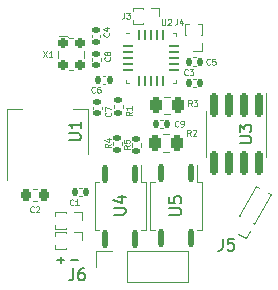
<source format=gto>
G04 #@! TF.GenerationSoftware,KiCad,Pcbnew,(6.0.7)*
G04 #@! TF.CreationDate,2023-04-27T15:14:37-07:00*
G04 #@! TF.ProjectId,OBC-Attempt-3_Dual_Deploy,4f42432d-4174-4746-956d-70742d335f44,rev?*
G04 #@! TF.SameCoordinates,Original*
G04 #@! TF.FileFunction,Legend,Top*
G04 #@! TF.FilePolarity,Positive*
%FSLAX46Y46*%
G04 Gerber Fmt 4.6, Leading zero omitted, Abs format (unit mm)*
G04 Created by KiCad (PCBNEW (6.0.7)) date 2023-04-27 15:14:37*
%MOMM*%
%LPD*%
G01*
G04 APERTURE LIST*
G04 Aperture macros list*
%AMRoundRect*
0 Rectangle with rounded corners*
0 $1 Rounding radius*
0 $2 $3 $4 $5 $6 $7 $8 $9 X,Y pos of 4 corners*
0 Add a 4 corners polygon primitive as box body*
4,1,4,$2,$3,$4,$5,$6,$7,$8,$9,$2,$3,0*
0 Add four circle primitives for the rounded corners*
1,1,$1+$1,$2,$3*
1,1,$1+$1,$4,$5*
1,1,$1+$1,$6,$7*
1,1,$1+$1,$8,$9*
0 Add four rect primitives between the rounded corners*
20,1,$1+$1,$2,$3,$4,$5,0*
20,1,$1+$1,$4,$5,$6,$7,0*
20,1,$1+$1,$6,$7,$8,$9,0*
20,1,$1+$1,$8,$9,$2,$3,0*%
%AMHorizOval*
0 Thick line with rounded ends*
0 $1 width*
0 $2 $3 position (X,Y) of the first rounded end (center of the circle)*
0 $4 $5 position (X,Y) of the second rounded end (center of the circle)*
0 Add line between two ends*
20,1,$1,$2,$3,$4,$5,0*
0 Add two circle primitives to create the rounded ends*
1,1,$1,$2,$3*
1,1,$1,$4,$5*%
%AMRotRect*
0 Rectangle, with rotation*
0 The origin of the aperture is its center*
0 $1 length*
0 $2 width*
0 $3 Rotation angle, in degrees counterclockwise*
0 Add horizontal line*
21,1,$1,$2,0,0,$3*%
%AMFreePoly0*
4,1,14,0.230680,0.111820,0.364320,-0.021821,0.377500,-0.053642,0.377500,-0.080000,0.364320,-0.111820,0.332500,-0.125000,-0.332500,-0.125000,-0.364320,-0.111820,-0.377500,-0.080000,-0.377500,0.080000,-0.364320,0.111820,-0.332500,0.125000,0.198860,0.125000,0.230680,0.111820,0.230680,0.111820,$1*%
%AMFreePoly1*
4,1,14,0.364320,0.111820,0.377500,0.080000,0.377501,0.053640,0.364318,0.021819,0.230680,-0.111820,0.198860,-0.125000,-0.332500,-0.125000,-0.364320,-0.111820,-0.377500,-0.080000,-0.377500,0.080000,-0.364320,0.111820,-0.332500,0.125000,0.332500,0.125000,0.364320,0.111820,0.364320,0.111820,$1*%
%AMFreePoly2*
4,1,15,0.053642,0.377500,0.080000,0.377500,0.111820,0.364320,0.125000,0.332500,0.125000,-0.332500,0.111820,-0.364320,0.080000,-0.377500,-0.080000,-0.377500,-0.111820,-0.364320,-0.125000,-0.332500,-0.125000,0.198860,-0.111820,0.230680,0.021820,0.364320,0.053640,0.377501,0.053642,0.377500,0.053642,0.377500,$1*%
%AMFreePoly3*
4,1,14,-0.021820,0.364320,0.111820,0.230679,0.125000,0.198858,0.125000,-0.332500,0.111820,-0.364320,0.080000,-0.377500,-0.080000,-0.377500,-0.111820,-0.364320,-0.125000,-0.332500,-0.125000,0.332500,-0.111820,0.364320,-0.080000,0.377500,-0.053640,0.377500,-0.021820,0.364320,-0.021820,0.364320,$1*%
%AMFreePoly4*
4,1,14,0.364320,0.111820,0.377500,0.080000,0.377500,-0.080000,0.364320,-0.111820,0.332500,-0.125000,-0.198860,-0.125001,-0.230681,-0.111818,-0.364320,0.021820,-0.377500,0.053640,-0.377500,0.080000,-0.364320,0.111820,-0.332500,0.125000,0.332500,0.125000,0.364320,0.111820,0.364320,0.111820,$1*%
%AMFreePoly5*
4,1,15,-0.198858,0.125000,0.332500,0.125000,0.364320,0.111820,0.377500,0.080000,0.377500,-0.080000,0.364320,-0.111820,0.332500,-0.125000,-0.332500,-0.125000,-0.364320,-0.111820,-0.377500,-0.080000,-0.377500,-0.053640,-0.364320,-0.021820,-0.230680,0.111820,-0.198860,0.125001,-0.198858,0.125000,-0.198858,0.125000,$1*%
%AMFreePoly6*
4,1,14,0.111820,0.364320,0.125000,0.332500,0.125001,-0.198860,0.111818,-0.230681,-0.021820,-0.364320,-0.053640,-0.377500,-0.080000,-0.377500,-0.111820,-0.364320,-0.125000,-0.332500,-0.125000,0.332500,-0.111820,0.364320,-0.080000,0.377500,0.080000,0.377500,0.111820,0.364320,0.111820,0.364320,$1*%
%AMFreePoly7*
4,1,14,0.111820,0.364320,0.125000,0.332500,0.125000,-0.332500,0.111820,-0.364320,0.080000,-0.377500,0.053640,-0.377501,0.021819,-0.364318,-0.111820,-0.230680,-0.125000,-0.198860,-0.125000,0.332500,-0.111820,0.364320,-0.080000,0.377500,0.080000,0.377500,0.111820,0.364320,0.111820,0.364320,$1*%
G04 Aperture macros list end*
%ADD10C,0.187500*%
%ADD11C,0.100000*%
%ADD12C,0.150000*%
%ADD13C,0.120000*%
%ADD14RoundRect,0.140000X-0.170000X0.140000X-0.170000X-0.140000X0.170000X-0.140000X0.170000X0.140000X0*%
%ADD15RoundRect,0.140000X0.170000X-0.140000X0.170000X0.140000X-0.170000X0.140000X-0.170000X-0.140000X0*%
%ADD16R,1.500000X2.000000*%
%ADD17R,3.800000X2.000000*%
%ADD18R,1.700000X1.700000*%
%ADD19O,1.700000X1.700000*%
%ADD20RoundRect,0.137500X-0.137500X0.587500X-0.137500X-0.587500X0.137500X-0.587500X0.137500X0.587500X0*%
%ADD21RoundRect,0.135000X0.185000X-0.135000X0.185000X0.135000X-0.185000X0.135000X-0.185000X-0.135000X0*%
%ADD22R,0.850000X0.850000*%
%ADD23O,0.850000X0.850000*%
%ADD24RoundRect,0.140000X-0.140000X-0.170000X0.140000X-0.170000X0.140000X0.170000X-0.140000X0.170000X0*%
%ADD25RoundRect,0.225000X0.225000X0.250000X-0.225000X0.250000X-0.225000X-0.250000X0.225000X-0.250000X0*%
%ADD26RoundRect,0.250000X-0.262500X-0.450000X0.262500X-0.450000X0.262500X0.450000X-0.262500X0.450000X0*%
%ADD27RoundRect,0.250000X0.262500X0.450000X-0.262500X0.450000X-0.262500X-0.450000X0.262500X-0.450000X0*%
%ADD28RotRect,0.850000X0.850000X150.000000*%
%ADD29HorizOval,0.850000X0.000000X0.000000X0.000000X0.000000X0*%
%ADD30RoundRect,0.140000X0.140000X0.170000X-0.140000X0.170000X-0.140000X-0.170000X0.140000X-0.170000X0*%
%ADD31RoundRect,0.150000X-0.150000X0.825000X-0.150000X-0.825000X0.150000X-0.825000X0.150000X0.825000X0*%
%ADD32RoundRect,0.200000X-0.200000X-0.250000X0.200000X-0.250000X0.200000X0.250000X-0.200000X0.250000X0*%
%ADD33RoundRect,0.135000X-0.185000X0.135000X-0.185000X-0.135000X0.185000X-0.135000X0.185000X0.135000X0*%
%ADD34FreePoly0,0.000000*%
%ADD35RoundRect,0.062500X-0.375000X-0.062500X0.375000X-0.062500X0.375000X0.062500X-0.375000X0.062500X0*%
%ADD36FreePoly1,0.000000*%
%ADD37FreePoly2,0.000000*%
%ADD38RoundRect,0.062500X-0.062500X-0.375000X0.062500X-0.375000X0.062500X0.375000X-0.062500X0.375000X0*%
%ADD39FreePoly3,0.000000*%
%ADD40FreePoly4,0.000000*%
%ADD41FreePoly5,0.000000*%
%ADD42FreePoly6,0.000000*%
%ADD43FreePoly7,0.000000*%
G04 APERTURE END LIST*
D10*
X148785714Y-121853571D02*
X148214285Y-121853571D01*
X147585714Y-121853571D02*
X147014285Y-121853571D01*
X147300000Y-122139285D02*
X147300000Y-121567857D01*
D11*
X151458571Y-104693333D02*
X151482380Y-104717142D01*
X151506190Y-104788571D01*
X151506190Y-104836190D01*
X151482380Y-104907619D01*
X151434761Y-104955238D01*
X151387142Y-104979047D01*
X151291904Y-105002857D01*
X151220476Y-105002857D01*
X151125238Y-104979047D01*
X151077619Y-104955238D01*
X151030000Y-104907619D01*
X151006190Y-104836190D01*
X151006190Y-104788571D01*
X151030000Y-104717142D01*
X151053809Y-104693333D01*
X151220476Y-104407619D02*
X151196666Y-104455238D01*
X151172857Y-104479047D01*
X151125238Y-104502857D01*
X151101428Y-104502857D01*
X151053809Y-104479047D01*
X151030000Y-104455238D01*
X151006190Y-104407619D01*
X151006190Y-104312380D01*
X151030000Y-104264761D01*
X151053809Y-104240952D01*
X151101428Y-104217142D01*
X151125238Y-104217142D01*
X151172857Y-104240952D01*
X151196666Y-104264761D01*
X151220476Y-104312380D01*
X151220476Y-104407619D01*
X151244285Y-104455238D01*
X151268095Y-104479047D01*
X151315714Y-104502857D01*
X151410952Y-104502857D01*
X151458571Y-104479047D01*
X151482380Y-104455238D01*
X151506190Y-104407619D01*
X151506190Y-104312380D01*
X151482380Y-104264761D01*
X151458571Y-104240952D01*
X151410952Y-104217142D01*
X151315714Y-104217142D01*
X151268095Y-104240952D01*
X151244285Y-104264761D01*
X151220476Y-104312380D01*
X151368571Y-102633333D02*
X151392380Y-102657142D01*
X151416190Y-102728571D01*
X151416190Y-102776190D01*
X151392380Y-102847619D01*
X151344761Y-102895238D01*
X151297142Y-102919047D01*
X151201904Y-102942857D01*
X151130476Y-102942857D01*
X151035238Y-102919047D01*
X150987619Y-102895238D01*
X150940000Y-102847619D01*
X150916190Y-102776190D01*
X150916190Y-102728571D01*
X150940000Y-102657142D01*
X150963809Y-102633333D01*
X151082857Y-102204761D02*
X151416190Y-102204761D01*
X150892380Y-102323809D02*
X151249523Y-102442857D01*
X151249523Y-102133333D01*
D12*
X148002380Y-111711904D02*
X148811904Y-111711904D01*
X148907142Y-111664285D01*
X148954761Y-111616666D01*
X149002380Y-111521428D01*
X149002380Y-111330952D01*
X148954761Y-111235714D01*
X148907142Y-111188095D01*
X148811904Y-111140476D01*
X148002380Y-111140476D01*
X149002380Y-110140476D02*
X149002380Y-110711904D01*
X149002380Y-110426190D02*
X148002380Y-110426190D01*
X148145238Y-110521428D01*
X148240476Y-110616666D01*
X148288095Y-110711904D01*
X148366666Y-122572380D02*
X148366666Y-123286666D01*
X148319047Y-123429523D01*
X148223809Y-123524761D01*
X148080952Y-123572380D01*
X147985714Y-123572380D01*
X149271428Y-122572380D02*
X149080952Y-122572380D01*
X148985714Y-122620000D01*
X148938095Y-122667619D01*
X148842857Y-122810476D01*
X148795238Y-123000952D01*
X148795238Y-123381904D01*
X148842857Y-123477142D01*
X148890476Y-123524761D01*
X148985714Y-123572380D01*
X149176190Y-123572380D01*
X149271428Y-123524761D01*
X149319047Y-123477142D01*
X149366666Y-123381904D01*
X149366666Y-123143809D01*
X149319047Y-123048571D01*
X149271428Y-123000952D01*
X149176190Y-122953333D01*
X148985714Y-122953333D01*
X148890476Y-123000952D01*
X148842857Y-123048571D01*
X148795238Y-123143809D01*
X151802380Y-118011904D02*
X152611904Y-118011904D01*
X152707142Y-117964285D01*
X152754761Y-117916666D01*
X152802380Y-117821428D01*
X152802380Y-117630952D01*
X152754761Y-117535714D01*
X152707142Y-117488095D01*
X152611904Y-117440476D01*
X151802380Y-117440476D01*
X152135714Y-116535714D02*
X152802380Y-116535714D01*
X151754761Y-116773809D02*
X152469047Y-117011904D01*
X152469047Y-116392857D01*
D11*
X151536190Y-112043333D02*
X151298095Y-112210000D01*
X151536190Y-112329047D02*
X151036190Y-112329047D01*
X151036190Y-112138571D01*
X151060000Y-112090952D01*
X151083809Y-112067142D01*
X151131428Y-112043333D01*
X151202857Y-112043333D01*
X151250476Y-112067142D01*
X151274285Y-112090952D01*
X151298095Y-112138571D01*
X151298095Y-112329047D01*
X151202857Y-111614761D02*
X151536190Y-111614761D01*
X151012380Y-111733809D02*
X151369523Y-111852857D01*
X151369523Y-111543333D01*
X157153333Y-101436190D02*
X157153333Y-101793333D01*
X157129523Y-101864761D01*
X157081904Y-101912380D01*
X157010476Y-101936190D01*
X156962857Y-101936190D01*
X157605714Y-101602857D02*
X157605714Y-101936190D01*
X157486666Y-101412380D02*
X157367619Y-101769523D01*
X157677142Y-101769523D01*
X159941666Y-105278571D02*
X159917857Y-105302380D01*
X159846428Y-105326190D01*
X159798809Y-105326190D01*
X159727380Y-105302380D01*
X159679761Y-105254761D01*
X159655952Y-105207142D01*
X159632142Y-105111904D01*
X159632142Y-105040476D01*
X159655952Y-104945238D01*
X159679761Y-104897619D01*
X159727380Y-104850000D01*
X159798809Y-104826190D01*
X159846428Y-104826190D01*
X159917857Y-104850000D01*
X159941666Y-104873809D01*
X160394047Y-104826190D02*
X160155952Y-104826190D01*
X160132142Y-105064285D01*
X160155952Y-105040476D01*
X160203571Y-105016666D01*
X160322619Y-105016666D01*
X160370238Y-105040476D01*
X160394047Y-105064285D01*
X160417857Y-105111904D01*
X160417857Y-105230952D01*
X160394047Y-105278571D01*
X160370238Y-105302380D01*
X160322619Y-105326190D01*
X160203571Y-105326190D01*
X160155952Y-105302380D01*
X160132142Y-105278571D01*
X148366666Y-117178571D02*
X148342857Y-117202380D01*
X148271428Y-117226190D01*
X148223809Y-117226190D01*
X148152380Y-117202380D01*
X148104761Y-117154761D01*
X148080952Y-117107142D01*
X148057142Y-117011904D01*
X148057142Y-116940476D01*
X148080952Y-116845238D01*
X148104761Y-116797619D01*
X148152380Y-116750000D01*
X148223809Y-116726190D01*
X148271428Y-116726190D01*
X148342857Y-116750000D01*
X148366666Y-116773809D01*
X148842857Y-117226190D02*
X148557142Y-117226190D01*
X148700000Y-117226190D02*
X148700000Y-116726190D01*
X148652380Y-116797619D01*
X148604761Y-116845238D01*
X148557142Y-116869047D01*
X152683333Y-100926190D02*
X152683333Y-101283333D01*
X152659523Y-101354761D01*
X152611904Y-101402380D01*
X152540476Y-101426190D01*
X152492857Y-101426190D01*
X152873809Y-100926190D02*
X153183333Y-100926190D01*
X153016666Y-101116666D01*
X153088095Y-101116666D01*
X153135714Y-101140476D01*
X153159523Y-101164285D01*
X153183333Y-101211904D01*
X153183333Y-101330952D01*
X153159523Y-101378571D01*
X153135714Y-101402380D01*
X153088095Y-101426190D01*
X152945238Y-101426190D01*
X152897619Y-101402380D01*
X152873809Y-101378571D01*
X145036666Y-117758571D02*
X145012857Y-117782380D01*
X144941428Y-117806190D01*
X144893809Y-117806190D01*
X144822380Y-117782380D01*
X144774761Y-117734761D01*
X144750952Y-117687142D01*
X144727142Y-117591904D01*
X144727142Y-117520476D01*
X144750952Y-117425238D01*
X144774761Y-117377619D01*
X144822380Y-117330000D01*
X144893809Y-117306190D01*
X144941428Y-117306190D01*
X145012857Y-117330000D01*
X145036666Y-117353809D01*
X145227142Y-117353809D02*
X145250952Y-117330000D01*
X145298571Y-117306190D01*
X145417619Y-117306190D01*
X145465238Y-117330000D01*
X145489047Y-117353809D01*
X145512857Y-117401428D01*
X145512857Y-117449047D01*
X145489047Y-117520476D01*
X145203333Y-117806190D01*
X145512857Y-117806190D01*
X158406666Y-108826190D02*
X158240000Y-108588095D01*
X158120952Y-108826190D02*
X158120952Y-108326190D01*
X158311428Y-108326190D01*
X158359047Y-108350000D01*
X158382857Y-108373809D01*
X158406666Y-108421428D01*
X158406666Y-108492857D01*
X158382857Y-108540476D01*
X158359047Y-108564285D01*
X158311428Y-108588095D01*
X158120952Y-108588095D01*
X158573333Y-108326190D02*
X158882857Y-108326190D01*
X158716190Y-108516666D01*
X158787619Y-108516666D01*
X158835238Y-108540476D01*
X158859047Y-108564285D01*
X158882857Y-108611904D01*
X158882857Y-108730952D01*
X158859047Y-108778571D01*
X158835238Y-108802380D01*
X158787619Y-108826190D01*
X158644761Y-108826190D01*
X158597142Y-108802380D01*
X158573333Y-108778571D01*
X158316666Y-111316190D02*
X158150000Y-111078095D01*
X158030952Y-111316190D02*
X158030952Y-110816190D01*
X158221428Y-110816190D01*
X158269047Y-110840000D01*
X158292857Y-110863809D01*
X158316666Y-110911428D01*
X158316666Y-110982857D01*
X158292857Y-111030476D01*
X158269047Y-111054285D01*
X158221428Y-111078095D01*
X158030952Y-111078095D01*
X158507142Y-110863809D02*
X158530952Y-110840000D01*
X158578571Y-110816190D01*
X158697619Y-110816190D01*
X158745238Y-110840000D01*
X158769047Y-110863809D01*
X158792857Y-110911428D01*
X158792857Y-110959047D01*
X158769047Y-111030476D01*
X158483333Y-111316190D01*
X158792857Y-111316190D01*
X158066666Y-106153571D02*
X158042857Y-106177380D01*
X157971428Y-106201190D01*
X157923809Y-106201190D01*
X157852380Y-106177380D01*
X157804761Y-106129761D01*
X157780952Y-106082142D01*
X157757142Y-105986904D01*
X157757142Y-105915476D01*
X157780952Y-105820238D01*
X157804761Y-105772619D01*
X157852380Y-105725000D01*
X157923809Y-105701190D01*
X157971428Y-105701190D01*
X158042857Y-105725000D01*
X158066666Y-105748809D01*
X158233333Y-105701190D02*
X158542857Y-105701190D01*
X158376190Y-105891666D01*
X158447619Y-105891666D01*
X158495238Y-105915476D01*
X158519047Y-105939285D01*
X158542857Y-105986904D01*
X158542857Y-106105952D01*
X158519047Y-106153571D01*
X158495238Y-106177380D01*
X158447619Y-106201190D01*
X158304761Y-106201190D01*
X158257142Y-106177380D01*
X158233333Y-106153571D01*
D12*
X161016666Y-120052380D02*
X161016666Y-120766666D01*
X160969047Y-120909523D01*
X160873809Y-121004761D01*
X160730952Y-121052380D01*
X160635714Y-121052380D01*
X161969047Y-120052380D02*
X161492857Y-120052380D01*
X161445238Y-120528571D01*
X161492857Y-120480952D01*
X161588095Y-120433333D01*
X161826190Y-120433333D01*
X161921428Y-120480952D01*
X161969047Y-120528571D01*
X162016666Y-120623809D01*
X162016666Y-120861904D01*
X161969047Y-120957142D01*
X161921428Y-121004761D01*
X161826190Y-121052380D01*
X161588095Y-121052380D01*
X161492857Y-121004761D01*
X161445238Y-120957142D01*
D11*
X151528571Y-109383333D02*
X151552380Y-109407142D01*
X151576190Y-109478571D01*
X151576190Y-109526190D01*
X151552380Y-109597619D01*
X151504761Y-109645238D01*
X151457142Y-109669047D01*
X151361904Y-109692857D01*
X151290476Y-109692857D01*
X151195238Y-109669047D01*
X151147619Y-109645238D01*
X151100000Y-109597619D01*
X151076190Y-109526190D01*
X151076190Y-109478571D01*
X151100000Y-109407142D01*
X151123809Y-109383333D01*
X151076190Y-109216666D02*
X151076190Y-108883333D01*
X151576190Y-109097619D01*
X150206666Y-107648571D02*
X150182857Y-107672380D01*
X150111428Y-107696190D01*
X150063809Y-107696190D01*
X149992380Y-107672380D01*
X149944761Y-107624761D01*
X149920952Y-107577142D01*
X149897142Y-107481904D01*
X149897142Y-107410476D01*
X149920952Y-107315238D01*
X149944761Y-107267619D01*
X149992380Y-107220000D01*
X150063809Y-107196190D01*
X150111428Y-107196190D01*
X150182857Y-107220000D01*
X150206666Y-107243809D01*
X150635238Y-107196190D02*
X150540000Y-107196190D01*
X150492380Y-107220000D01*
X150468571Y-107243809D01*
X150420952Y-107315238D01*
X150397142Y-107410476D01*
X150397142Y-107600952D01*
X150420952Y-107648571D01*
X150444761Y-107672380D01*
X150492380Y-107696190D01*
X150587619Y-107696190D01*
X150635238Y-107672380D01*
X150659047Y-107648571D01*
X150682857Y-107600952D01*
X150682857Y-107481904D01*
X150659047Y-107434285D01*
X150635238Y-107410476D01*
X150587619Y-107386666D01*
X150492380Y-107386666D01*
X150444761Y-107410476D01*
X150420952Y-107434285D01*
X150397142Y-107481904D01*
D12*
X162452380Y-111961904D02*
X163261904Y-111961904D01*
X163357142Y-111914285D01*
X163404761Y-111866666D01*
X163452380Y-111771428D01*
X163452380Y-111580952D01*
X163404761Y-111485714D01*
X163357142Y-111438095D01*
X163261904Y-111390476D01*
X162452380Y-111390476D01*
X162452380Y-111009523D02*
X162452380Y-110390476D01*
X162833333Y-110723809D01*
X162833333Y-110580952D01*
X162880952Y-110485714D01*
X162928571Y-110438095D01*
X163023809Y-110390476D01*
X163261904Y-110390476D01*
X163357142Y-110438095D01*
X163404761Y-110485714D01*
X163452380Y-110580952D01*
X163452380Y-110866666D01*
X163404761Y-110961904D01*
X163357142Y-111009523D01*
D11*
X145815238Y-104166190D02*
X146148571Y-104666190D01*
X146148571Y-104166190D02*
X145815238Y-104666190D01*
X146600952Y-104666190D02*
X146315238Y-104666190D01*
X146458095Y-104666190D02*
X146458095Y-104166190D01*
X146410476Y-104237619D01*
X146362857Y-104285238D01*
X146315238Y-104309047D01*
X153146190Y-112153333D02*
X152908095Y-112320000D01*
X153146190Y-112439047D02*
X152646190Y-112439047D01*
X152646190Y-112248571D01*
X152670000Y-112200952D01*
X152693809Y-112177142D01*
X152741428Y-112153333D01*
X152812857Y-112153333D01*
X152860476Y-112177142D01*
X152884285Y-112200952D01*
X152908095Y-112248571D01*
X152908095Y-112439047D01*
X152646190Y-111700952D02*
X152646190Y-111939047D01*
X152884285Y-111962857D01*
X152860476Y-111939047D01*
X152836666Y-111891428D01*
X152836666Y-111772380D01*
X152860476Y-111724761D01*
X152884285Y-111700952D01*
X152931904Y-111677142D01*
X153050952Y-111677142D01*
X153098571Y-111700952D01*
X153122380Y-111724761D01*
X153146190Y-111772380D01*
X153146190Y-111891428D01*
X153122380Y-111939047D01*
X153098571Y-111962857D01*
X155869047Y-101451190D02*
X155869047Y-101855952D01*
X155892857Y-101903571D01*
X155916666Y-101927380D01*
X155964285Y-101951190D01*
X156059523Y-101951190D01*
X156107142Y-101927380D01*
X156130952Y-101903571D01*
X156154761Y-101855952D01*
X156154761Y-101451190D01*
X156369047Y-101498809D02*
X156392857Y-101475000D01*
X156440476Y-101451190D01*
X156559523Y-101451190D01*
X156607142Y-101475000D01*
X156630952Y-101498809D01*
X156654761Y-101546428D01*
X156654761Y-101594047D01*
X156630952Y-101665476D01*
X156345238Y-101951190D01*
X156654761Y-101951190D01*
X157256718Y-110525140D02*
X157232909Y-110548949D01*
X157161480Y-110572759D01*
X157113861Y-110572759D01*
X157042432Y-110548949D01*
X156994813Y-110501330D01*
X156971004Y-110453711D01*
X156947194Y-110358473D01*
X156947194Y-110287045D01*
X156971004Y-110191807D01*
X156994813Y-110144188D01*
X157042432Y-110096569D01*
X157113861Y-110072759D01*
X157161480Y-110072759D01*
X157232909Y-110096569D01*
X157256718Y-110120378D01*
X157494813Y-110572759D02*
X157590052Y-110572759D01*
X157637671Y-110548949D01*
X157661480Y-110525140D01*
X157709099Y-110453711D01*
X157732909Y-110358473D01*
X157732909Y-110167997D01*
X157709099Y-110120378D01*
X157685290Y-110096569D01*
X157637671Y-110072759D01*
X157542432Y-110072759D01*
X157494813Y-110096569D01*
X157471004Y-110120378D01*
X157447194Y-110167997D01*
X157447194Y-110287045D01*
X157471004Y-110334664D01*
X157494813Y-110358473D01*
X157542432Y-110382283D01*
X157637671Y-110382283D01*
X157685290Y-110358473D01*
X157709099Y-110334664D01*
X157732909Y-110287045D01*
D12*
X156502380Y-118041904D02*
X157311904Y-118041904D01*
X157407142Y-117994285D01*
X157454761Y-117946666D01*
X157502380Y-117851428D01*
X157502380Y-117660952D01*
X157454761Y-117565714D01*
X157407142Y-117518095D01*
X157311904Y-117470476D01*
X156502380Y-117470476D01*
X156502380Y-116518095D02*
X156502380Y-116994285D01*
X156978571Y-117041904D01*
X156930952Y-116994285D01*
X156883333Y-116899047D01*
X156883333Y-116660952D01*
X156930952Y-116565714D01*
X156978571Y-116518095D01*
X157073809Y-116470476D01*
X157311904Y-116470476D01*
X157407142Y-116518095D01*
X157454761Y-116565714D01*
X157502380Y-116660952D01*
X157502380Y-116899047D01*
X157454761Y-116994285D01*
X157407142Y-117041904D01*
D11*
X153316190Y-109313333D02*
X153078095Y-109480000D01*
X153316190Y-109599047D02*
X152816190Y-109599047D01*
X152816190Y-109408571D01*
X152840000Y-109360952D01*
X152863809Y-109337142D01*
X152911428Y-109313333D01*
X152982857Y-109313333D01*
X153030476Y-109337142D01*
X153054285Y-109360952D01*
X153078095Y-109408571D01*
X153078095Y-109599047D01*
X153316190Y-108837142D02*
X153316190Y-109122857D01*
X153316190Y-108980000D02*
X152816190Y-108980000D01*
X152887619Y-109027619D01*
X152935238Y-109075238D01*
X152959047Y-109122857D01*
D13*
X149960000Y-104772164D02*
X149960000Y-104987836D01*
X150680000Y-104772164D02*
X150680000Y-104987836D01*
X149940000Y-102997836D02*
X149940000Y-102782164D01*
X150660000Y-102997836D02*
X150660000Y-102782164D01*
X142790000Y-109090000D02*
X144050000Y-109090000D01*
X149610000Y-109090000D02*
X148350000Y-109090000D01*
X149610000Y-112850000D02*
X149610000Y-109090000D01*
X142790000Y-115100000D02*
X142790000Y-109090000D01*
X158050000Y-123750000D02*
X158050000Y-121090000D01*
X150310000Y-122420000D02*
X150310000Y-121090000D01*
X150310000Y-121090000D02*
X151640000Y-121090000D01*
X152910000Y-121090000D02*
X158050000Y-121090000D01*
X152910000Y-123750000D02*
X158050000Y-123750000D01*
X152910000Y-123750000D02*
X152910000Y-121090000D01*
X154500000Y-117290000D02*
X154500000Y-115280000D01*
X150180000Y-115280000D02*
X150535000Y-115280000D01*
X154500000Y-117290000D02*
X154500000Y-119300000D01*
X154145000Y-115280000D02*
X154145000Y-113815000D01*
X154500000Y-119300000D02*
X154145000Y-119300000D01*
X150180000Y-117290000D02*
X150180000Y-119300000D01*
X154500000Y-115280000D02*
X154145000Y-115280000D01*
X150180000Y-117290000D02*
X150180000Y-115280000D01*
X150180000Y-119300000D02*
X150535000Y-119300000D01*
X152480000Y-112153641D02*
X152480000Y-111846359D01*
X151720000Y-112153641D02*
X151720000Y-111846359D01*
X157855000Y-102790000D02*
X157855000Y-101915000D01*
X159245000Y-101915000D02*
X158944493Y-101915000D01*
X159245000Y-102790000D02*
X159158276Y-102790000D01*
X159245000Y-104160000D02*
X158550000Y-104160000D01*
X157941724Y-102790000D02*
X157855000Y-102790000D01*
X159245000Y-102790000D02*
X159245000Y-101915000D01*
X158155507Y-101915000D02*
X157855000Y-101915000D01*
X159245000Y-103475000D02*
X159245000Y-104160000D01*
X158512165Y-105410000D02*
X158727837Y-105410000D01*
X158512165Y-104690000D02*
X158727837Y-104690000D01*
X148892164Y-115740000D02*
X149107836Y-115740000D01*
X148892164Y-116460000D02*
X149107836Y-116460000D01*
X154265000Y-100480000D02*
X153390000Y-100480000D01*
X154265000Y-100480000D02*
X154265000Y-100566724D01*
X155635000Y-100480000D02*
X155635000Y-101175000D01*
X154265000Y-101783276D02*
X154265000Y-101870000D01*
X154950000Y-100480000D02*
X155635000Y-100480000D01*
X153390000Y-100480000D02*
X153390000Y-100780507D01*
X153390000Y-101569493D02*
X153390000Y-101870000D01*
X154265000Y-101870000D02*
X153390000Y-101870000D01*
X145260580Y-116890000D02*
X144979420Y-116890000D01*
X145260580Y-115870000D02*
X144979420Y-115870000D01*
X156082936Y-108014999D02*
X156537064Y-108014999D01*
X156082936Y-109484999D02*
X156537064Y-109484999D01*
X156437064Y-112685000D02*
X155982936Y-112685000D01*
X156437064Y-111215000D02*
X155982936Y-111215000D01*
X158532165Y-106490000D02*
X158747837Y-106490000D01*
X158532165Y-107210000D02*
X158747837Y-107210000D01*
X163644388Y-118786324D02*
X165081888Y-116296501D01*
X163644388Y-118786324D02*
X163569282Y-118742962D01*
X163301888Y-119379551D02*
X162959388Y-119972778D01*
X162515718Y-118134686D02*
X162440612Y-118091324D01*
X165081888Y-116296501D02*
X164821641Y-116146247D01*
X164138359Y-115751754D02*
X163878112Y-115601501D01*
X162440612Y-118091324D02*
X163878112Y-115601501D01*
X162959388Y-119972778D02*
X162357500Y-119625278D01*
X148400000Y-119505000D02*
X149085000Y-119505000D01*
X146840000Y-119505000D02*
X146840000Y-119805507D01*
X147715000Y-119505000D02*
X146840000Y-119505000D01*
X149085000Y-119505000D02*
X149085000Y-120200000D01*
X146840000Y-120594493D02*
X146840000Y-120895000D01*
X147715000Y-120895000D02*
X146840000Y-120895000D01*
X147715000Y-120808276D02*
X147715000Y-120895000D01*
X147715000Y-119505000D02*
X147715000Y-119591724D01*
X150050000Y-108862164D02*
X150050000Y-109077836D01*
X150770000Y-108862164D02*
X150770000Y-109077836D01*
X151087836Y-106990000D02*
X150872164Y-106990000D01*
X151087836Y-106270000D02*
X150872164Y-106270000D01*
X164720000Y-111200000D02*
X164720000Y-113150000D01*
X159600000Y-111200000D02*
X159600000Y-109250000D01*
X164720000Y-111200000D02*
X164720000Y-107750000D01*
X159600000Y-111200000D02*
X159600000Y-113150000D01*
X147820000Y-102880000D02*
X147130000Y-102880000D01*
X148030000Y-105800000D02*
X148370000Y-105800000D01*
X148040000Y-103080000D02*
X148370000Y-103080000D01*
X149310000Y-104760000D02*
X149310000Y-104120000D01*
X147090000Y-104760000D02*
X147090000Y-104120000D01*
X148040001Y-103080000D02*
G75*
G03*
X147820000Y-102880000I-310002J-120002D01*
G01*
X153320000Y-111946359D02*
X153320000Y-112253641D01*
X154080000Y-111946359D02*
X154080000Y-112253641D01*
X157050000Y-102640000D02*
X157050000Y-102865000D01*
X152830000Y-106860000D02*
X152830000Y-106635000D01*
X153055000Y-102640000D02*
X152830000Y-102640000D01*
X156825000Y-102640000D02*
X157050000Y-102640000D01*
X157050000Y-106860000D02*
X157050000Y-106635000D01*
X153055000Y-106860000D02*
X152830000Y-106860000D01*
X156825000Y-106860000D02*
X157050000Y-106860000D01*
X146840000Y-117805000D02*
X146840000Y-118105507D01*
X148400000Y-117805000D02*
X149085000Y-117805000D01*
X146840000Y-118894493D02*
X146840000Y-119195000D01*
X147715000Y-117805000D02*
X146840000Y-117805000D01*
X147715000Y-119195000D02*
X146840000Y-119195000D01*
X149085000Y-117805000D02*
X149085000Y-118500000D01*
X147715000Y-119108276D02*
X147715000Y-119195000D01*
X147715000Y-117805000D02*
X147715000Y-117891724D01*
X155957836Y-109990000D02*
X155742164Y-109990000D01*
X155957836Y-110710000D02*
X155742164Y-110710000D01*
X154910000Y-115270000D02*
X155265000Y-115270000D01*
X159230000Y-119290000D02*
X158875000Y-119290000D01*
X158875000Y-115270000D02*
X158875000Y-113805000D01*
X154910000Y-119290000D02*
X155265000Y-119290000D01*
X159230000Y-115270000D02*
X158875000Y-115270000D01*
X159230000Y-117280000D02*
X159230000Y-115270000D01*
X154910000Y-117280000D02*
X154910000Y-115270000D01*
X159230000Y-117280000D02*
X159230000Y-119290000D01*
X154910000Y-117280000D02*
X154910000Y-119290000D01*
X151810000Y-108706359D02*
X151810000Y-109013641D01*
X152570000Y-108706359D02*
X152570000Y-109013641D01*
%LPC*%
D14*
X150320000Y-104400000D03*
X150320000Y-105360000D03*
D15*
X150300000Y-103370000D03*
X150300000Y-102410000D03*
D16*
X143900000Y-114150000D03*
X146200000Y-114150000D03*
D17*
X146200000Y-107850000D03*
D16*
X148500000Y-114150000D03*
D18*
X151640000Y-122420000D03*
D19*
X154180000Y-122420000D03*
X156720000Y-122420000D03*
D20*
X153610000Y-114540000D03*
X151070000Y-114540000D03*
X151070000Y-120040000D03*
X153610000Y-120040000D03*
D21*
X152100000Y-112510000D03*
X152100000Y-111490000D03*
D22*
X158550000Y-103475000D03*
D23*
X158550000Y-102475000D03*
D24*
X158140001Y-105050000D03*
X159100001Y-105050000D03*
X148520000Y-116100000D03*
X149480000Y-116100000D03*
D22*
X154950000Y-101175000D03*
D23*
X153950000Y-101175000D03*
D25*
X145895000Y-116380000D03*
X144345000Y-116380000D03*
D26*
X155397500Y-108749999D03*
X157222500Y-108749999D03*
D27*
X157122500Y-111950000D03*
X155297500Y-111950000D03*
D24*
X158160001Y-106850000D03*
X159120001Y-106850000D03*
D28*
X162700000Y-119032051D03*
D29*
X163200000Y-118166026D03*
X163700000Y-117300000D03*
X164200000Y-116433975D03*
D22*
X148400000Y-120200000D03*
D23*
X147400000Y-120200000D03*
D14*
X150410000Y-108490000D03*
X150410000Y-109450000D03*
D30*
X151460000Y-106630000D03*
X150500000Y-106630000D03*
D31*
X164065000Y-108725000D03*
X162795000Y-108725000D03*
X161525000Y-108725000D03*
X160255000Y-108725000D03*
X160255000Y-113675000D03*
X161525000Y-113675000D03*
X162795000Y-113675000D03*
X164065000Y-113675000D03*
D32*
X147475000Y-103515000D03*
X147475000Y-105365000D03*
X148925000Y-105365000D03*
X148925000Y-103515000D03*
D33*
X153700000Y-111590000D03*
X153700000Y-112610000D03*
D34*
X152942500Y-103250000D03*
D35*
X153002500Y-103750000D03*
X153002500Y-104250000D03*
X153002500Y-104750000D03*
X153002500Y-105250000D03*
X153002500Y-105750000D03*
D36*
X152942500Y-106250000D03*
D37*
X153440000Y-106747500D03*
D38*
X153940000Y-106687500D03*
X154440000Y-106687500D03*
X154940000Y-106687500D03*
X155440000Y-106687500D03*
X155940000Y-106687500D03*
D39*
X156440000Y-106747500D03*
D40*
X156937500Y-106250000D03*
D35*
X156877500Y-105750000D03*
X156877500Y-105250000D03*
X156877500Y-104750000D03*
X156877500Y-104250000D03*
X156877500Y-103750000D03*
D41*
X156937500Y-103250000D03*
D42*
X156440000Y-102752500D03*
D38*
X155940000Y-102812500D03*
X155440000Y-102812500D03*
X154940000Y-102812500D03*
X154440000Y-102812500D03*
X153940000Y-102812500D03*
D43*
X153440000Y-102752500D03*
D22*
X148400000Y-118500000D03*
D23*
X147400000Y-118500000D03*
D30*
X156330000Y-110350000D03*
X155370000Y-110350000D03*
D20*
X158340000Y-114530000D03*
X155800000Y-114530000D03*
X155800000Y-120030000D03*
X158340000Y-120030000D03*
D33*
X152190000Y-108350000D03*
X152190000Y-109370000D03*
M02*

</source>
